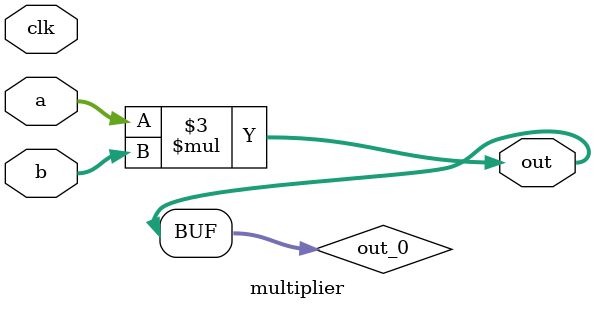
<source format=v>

module multiplier(
    input wire clk,
    input wire [31:0] a,
    input wire [31:0] b,
    output wire [31:0] out
);
    
    reg [31:0] out_0;
    always @(posedge clk) begin
        
    end
    assign out = out_0;
    
    
    always @(*) begin
        out_0 <= a * b;
    end
    
endmodule
        
</source>
